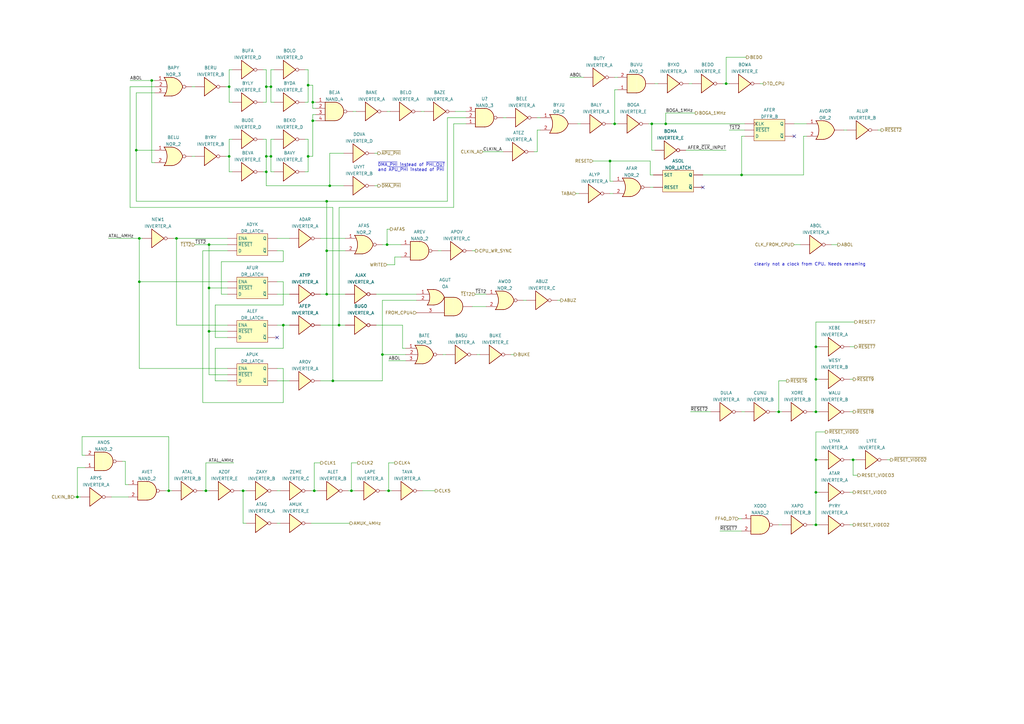
<source format=kicad_sch>
(kicad_sch (version 20211123) (generator eeschema)
  (paper "A3")
  (title_block (title "DMG CPU B") (date "2022-03-01") (rev "0") (company "CC-BY-SA-4.0 Régis Galland & Michael Singer -- Derived work from Furrtek") (comment 1 "https://github.com/msinger/dmg-schematics"))
  (lib_symbols
    (symbol "DMG_CPU_Cells:AND_2" (pin_names hide)
      (property "Reference" "U" (at 0 5.08 0))
      (property "Value" "AND_2" (at 0 -5.08 0))
      (symbol "AND_2_1_1"
        (pin input line (at -7.62 2.54 0) (length 3.81) (name "~") (number "1"))
        (pin input line (at -7.62 -2.54 0) (length 3.81) (name "~") (number "2"))
        (pin output line (at 7.62 0 180) (length 3.81) (name "~") (number "3"))
      )
    )
    (symbol "DMG_CPU_Cells:DFFR_B" (pin_numbers hide)
      (property "Reference" "U" (at 0 5.715 0))
      (property "Value" "DFFR_B" (at 0 -5.715 0))
      (symbol "DFFR_B_1_1"
        (pin input line (at -10.16 0 0) (length 3.81) (name "~{RESET}") (number "1"))
        (pin input line (at -10.16 -2.54 0) (length 3.81) (name "D") (number "2"))
        (pin input clock (at -10.16 2.54 0) (length 3.81) (name "CLK") (number "3"))
        (pin input clock (at -10.16 2.54 0) (length 3.81) hide (name "~{CLK}") (number "4"))
        (pin input line (at -10.16 0 0) (length 3.81) hide (name "~{RESET}") (number "5"))
        (pin output line (at 10.16 -2.54 180) (length 3.81) (name "~{Q}") (number "6"))
        (pin output line (at 10.16 2.54 180) (length 3.81) (name "Q") (number "7"))
      )
    )
    (symbol "DMG_CPU_Cells:DR_LATCH" (pin_numbers hide)
      (property "Reference" "U" (at 0 5.715 0))
      (property "Value" "DR_LATCH" (at 0 -5.715 0))
      (symbol "DR_LATCH_1_1"
        (pin input line (at -10.16 2.54 0) (length 3.81) hide (name "~{ENA}") (number "1"))
        (pin input line (at -10.16 -2.54 0) (length 3.81) (name "D") (number "2"))
        (pin input line (at -10.16 2.54 0) (length 3.81) (name "ENA") (number "3"))
        (pin input line (at -10.16 0 0) (length 3.81) (name "~{RESET}") (number "4"))
        (pin output line (at 10.16 2.54 180) (length 3.81) (name "Q") (number "5"))
        (pin output line (at 10.16 -2.54 180) (length 3.81) (name "~{Q}") (number "6"))
      )
    )
    (symbol "DMG_CPU_Cells:INVERTER_A" (pin_numbers hide) (pin_names hide)
      (property "Reference" "U?" (at 0 5.08 0))
      (property "Value" "INVERTER_A" (at 0 -5.08 0))
      (symbol "INVERTER_A_1_0"
        (pin input line (at -6.35 0 0) (length 3.81) (name "~") (number "1"))
        (pin output inverted (at 6.35 0 180) (length 3.81) (name "~") (number "2"))
      )
    )
    (symbol "DMG_CPU_Cells:INVERTER_B" (pin_numbers hide) (pin_names hide)
      (property "Reference" "U?" (at 0 5.08 0))
      (property "Value" "INVERTER_B" (at 0 -5.08 0))
      (symbol "INVERTER_B_1_0"
        (pin input line (at -6.35 0 0) (length 3.81) (name "~") (number "1"))
        (pin output inverted (at 6.35 0 180) (length 3.81) (name "~") (number "2"))
      )
    )
    (symbol "DMG_CPU_Cells:INVERTER_C" (pin_numbers hide) (pin_names hide)
      (property "Reference" "U?" (at 0 5.08 0))
      (property "Value" "INVERTER_C" (at 0 -5.08 0))
      (symbol "INVERTER_C_1_0"
        (pin input line (at -6.35 0 0) (length 3.81) (name "~") (number "1"))
        (pin output inverted (at 6.35 0 180) (length 3.81) (name "~") (number "2"))
      )
    )
    (symbol "DMG_CPU_Cells:INVERTER_D" (pin_numbers hide) (pin_names hide)
      (property "Reference" "U?" (at 0 5.08 0))
      (property "Value" "INVERTER_D" (at 0 -5.08 0))
      (symbol "INVERTER_D_1_0"
        (pin input line (at -6.35 0 0) (length 3.81) (name "~") (number "1"))
        (pin output inverted (at 6.35 0 180) (length 3.81) (name "~") (number "2"))
      )
    )
    (symbol "DMG_CPU_Cells:INVERTER_E" (pin_numbers hide) (pin_names hide)
      (property "Reference" "U?" (at 0 5.08 0))
      (property "Value" "INVERTER_E" (at 0 -5.08 0))
      (symbol "INVERTER_E_1_0"
        (pin input line (at -6.35 0 0) (length 3.81) (name "~") (number "1"))
        (pin output inverted (at 6.35 0 180) (length 3.81) (name "~") (number "2"))
      )
    )
    (symbol "DMG_CPU_Cells:NAND_2" (pin_names hide)
      (property "Reference" "U" (at 0 5.08 0))
      (property "Value" "NAND_2" (at 0 -5.08 0))
      (symbol "NAND_2_1_1"
        (pin input line (at -7.62 2.54 0) (length 3.81) (name "~") (number "1"))
        (pin input line (at -7.62 -2.54 0) (length 3.81) (name "~") (number "2"))
        (pin output inverted (at 7.62 0 180) (length 3.81) (name "~") (number "3"))
      )
    )
    (symbol "DMG_CPU_Cells:NAND_3" (pin_names hide)
      (property "Reference" "U" (at 0 5.08 0))
      (property "Value" "NAND_3" (at 0 -5.08 0))
      (symbol "NAND_3_1_1"
        (pin input line (at -7.62 2.54 0) (length 3.81) (name "~") (number "1"))
        (pin input line (at -7.62 0 0) (length 3.81) (name "~") (number "2"))
        (pin input line (at -7.62 -2.54 0) (length 3.81) (name "~") (number "3"))
        (pin output inverted (at 7.62 0 180) (length 3.81) (name "~") (number "4"))
      )
    )
    (symbol "DMG_CPU_Cells:NAND_4" (pin_names hide)
      (property "Reference" "U" (at 0 5.08 0))
      (property "Value" "NAND_4" (at 0 -5.08 0))
      (symbol "NAND_4_1_1"
        (pin input line (at -7.62 3.81 0) (length 3.81) (name "~") (number "1"))
        (pin input line (at -7.62 1.27 0) (length 3.81) (name "~") (number "2"))
        (pin input line (at -7.62 -1.27 0) (length 3.81) (name "~") (number "3"))
        (pin input line (at -7.62 -3.81 0) (length 3.81) (name "~") (number "4"))
        (pin output inverted (at 7.62 0 180) (length 3.81) (name "~") (number "5"))
      )
    )
    (symbol "DMG_CPU_Cells:NOR_2" (pin_names hide)
      (property "Reference" "U" (at 0 5.08 0))
      (property "Value" "NOR_2" (at 0 -5.08 0))
      (symbol "NOR_2_1_1"
        (pin input line (at -7.62 2.54 0) (length 4.4) (name "~") (number "1"))
        (pin input line (at -7.62 -2.54 0) (length 4.4) (name "~") (number "2"))
        (pin output inverted (at 7.62 0 180) (length 3.81) (name "~") (number "3"))
      )
    )
    (symbol "DMG_CPU_Cells:NOR_3" (pin_names hide)
      (property "Reference" "U" (at 0 5.08 0))
      (property "Value" "NOR_3" (at 0 -5.08 0))
      (symbol "NOR_3_1_1"
        (pin input line (at -7.62 2.54 0) (length 4.4) (name "~") (number "1"))
        (pin input line (at -7.62 0 0) (length 4.9) (name "~") (number "2"))
        (pin input line (at -7.62 -2.54 0) (length 4.4) (name "~") (number "3"))
        (pin output inverted (at 7.62 0 180) (length 3.81) (name "~") (number "4"))
      )
    )
    (symbol "DMG_CPU_Cells:NOR_LATCH" (pin_numbers hide)
      (property "Reference" "U" (at 0 5.715 0))
      (property "Value" "NOR_LATCH" (at 0 -5.715 0))
      (symbol "NOR_LATCH_1_1"
        (pin input line (at -10.16 2.54 0) (length 3.81) (name "SET") (number "1"))
        (pin output line (at 10.16 -2.54 180) (length 3.81) (name "~{Q}") (number "2"))
        (pin output line (at 10.16 2.54 180) (length 3.81) (name "Q") (number "3"))
        (pin input line (at -10.16 -2.54 0) (length 3.81) (name "RESET") (number "4"))
      )
    )
    (symbol "DMG_CPU_Cells:OA" (pin_names hide)
      (property "Reference" "U" (at 0 6.985 0))
      (property "Value" "OA" (at 0 -6.35 0))
      (symbol "OA_1_1"
        (pin input line (at -11.43 3.81 0) (length 5.3) (name "~") (number "1"))
        (pin input line (at -11.43 1.27 0) (length 5.3) (name "~") (number "2"))
        (pin input line (at -11.43 -3.81 0) (length 11.4) (name "~") (number "3"))
        (pin output line (at 11.43 -1.27 180) (length 3.81) (name "~") (number "4"))
      )
    )
    (symbol "DMG_CPU_Cells:OR_2" (pin_names hide)
      (property "Reference" "U" (at 0 5.08 0))
      (property "Value" "OR_2" (at 0 -5.08 0))
      (symbol "OR_2_1_1"
        (pin input line (at -7.62 2.54 0) (length 4.4) (name "~") (number "1"))
        (pin input line (at -7.62 -2.54 0) (length 4.4) (name "~") (number "2"))
        (pin output line (at 7.62 0 180) (length 3.81) (name "~") (number "3"))
      )
    )
  )
  (junction (at 133.985 102.87))
  (junction (at 136.525 156.21))
  (junction (at 109.22 35.56))
  (junction (at 334.645 215.265))
  (junction (at 334.645 142.24))
  (junction (at 139.065 133.35))
  (junction (at 334.645 155.575))
  (junction (at 156.845 145.415))
  (junction (at 349.885 188.595))
  (junction (at 144.145 201.295))
  (junction (at 85.725 135.89))
  (junction (at 304.165 71.755))
  (junction (at 158.75 100.33))
  (junction (at 72.39 97.79))
  (junction (at 250.19 66.04))
  (junction (at 128.27 49.53))
  (junction (at 133.985 120.65))
  (junction (at 85.725 100.33))
  (junction (at 159.385 201.295))
  (junction (at 267.335 50.8))
  (junction (at 57.15 115.57))
  (junction (at 334.645 201.93))
  (junction (at 109.22 64.135))
  (junction (at 273.05 50.8))
  (junction (at 111.125 64.135))
  (junction (at 109.22 70.485))
  (junction (at 128.905 201.295))
  (junction (at 55.88 61.595))
  (junction (at 126.365 64.135))
  (junction (at 85.725 118.11))
  (junction (at 93.98 35.56))
  (junction (at 69.215 201.295))
  (junction (at 252.095 50.8))
  (junction (at 334.645 188.595))
  (junction (at 126.365 34.925))
  (junction (at 133.985 82.55))
  (junction (at 334.645 168.91))
  (junction (at 99.695 201.295))
  (junction (at 297.815 34.29))
  (junction (at 135.255 76.2))
  (junction (at 93.98 64.135))
  (junction (at 57.15 97.79))
  (junction (at 319.405 168.91))
  (junction (at 84.455 201.295))
  (junction (at 111.125 35.56))
  (junction (at 62.23 33.02))
  (junction (at 31.75 203.835))
  (junction (at 128.27 41.91))
  (junction (at 116.205 133.35))
  (no_connect (at 288.29 76.835))
  (no_connect (at 113.665 138.43))
  (no_connect (at 325.755 55.88))
  (wire (pts (xy 153.67 76.2) (xy 154.94 76.2)))
  (wire (pts (xy 273.05 50.8) (xy 305.435 50.8)))
  (wire (pts (xy 179.705 102.87) (xy 180.975 102.87)))
  (wire (pts (xy 83.185 165.1) (xy 83.185 102.87)))
  (wire (pts (xy 45.72 203.835) (xy 52.705 203.835)))
  (wire (pts (xy 319.405 168.91) (xy 320.675 168.91)))
  (wire (pts (xy 98.425 201.295) (xy 99.695 201.295)))
  (wire (pts (xy 88.265 142.875) (xy 88.265 156.21)))
  (wire (pts (xy 85.725 135.89) (xy 85.725 153.67)))
  (wire (pts (xy 236.22 79.375) (xy 237.49 79.375)))
  (wire (pts (xy 161.925 108.585) (xy 158.75 108.585)))
  (wire (pts (xy 348.615 201.93) (xy 349.885 201.93)))
  (wire (pts (xy 80.01 100.33) (xy 85.725 100.33)))
  (wire (pts (xy 334.645 168.91) (xy 335.915 168.91)))
  (wire (pts (xy 62.23 33.02) (xy 62.23 66.675)))
  (wire (pts (xy 186.055 50.8) (xy 191.135 50.8)))
  (wire (pts (xy 139.065 85.09) (xy 186.055 85.09)))
  (wire (pts (xy 220.345 53.34) (xy 220.345 62.23)))
  (wire (pts (xy 233.68 31.75) (xy 239.395 31.75)))
  (wire (pts (xy 207.645 48.26) (xy 206.375 48.26)))
  (wire (pts (xy 209.55 145.415) (xy 210.82 145.415)))
  (wire (pts (xy 131.445 133.35) (xy 139.065 133.35)))
  (wire (pts (xy 334.645 188.595) (xy 334.645 177.165)))
  (wire (pts (xy 334.645 155.575) (xy 334.645 142.24)))
  (wire (pts (xy 99.695 201.295) (xy 99.695 214.63)))
  (wire (pts (xy 297.815 34.29) (xy 297.815 23.495)))
  (wire (pts (xy 221.615 48.26) (xy 220.345 48.26)))
  (wire (pts (xy 351.79 194.945) (xy 349.885 194.945)))
  (wire (pts (xy 236.855 50.8) (xy 238.125 50.8)))
  (wire (pts (xy 111.125 57.15) (xy 112.395 57.15)))
  (wire (pts (xy 109.22 70.485) (xy 109.22 76.2)))
  (wire (pts (xy 33.655 186.69) (xy 33.655 179.07)))
  (wire (pts (xy 57.15 115.57) (xy 93.345 115.57)))
  (wire (pts (xy 145.415 201.295) (xy 144.145 201.295)))
  (wire (pts (xy 85.725 118.11) (xy 93.345 118.11)))
  (wire (pts (xy 181.61 145.415) (xy 182.88 145.415)))
  (wire (pts (xy 129.54 44.45) (xy 128.27 44.45)))
  (wire (pts (xy 55.88 61.595) (xy 55.88 82.55)))
  (wire (pts (xy 113.665 214.63) (xy 114.935 214.63)))
  (wire (pts (xy 133.985 102.87) (xy 133.985 82.55)))
  (wire (pts (xy 111.125 70.485) (xy 112.395 70.485)))
  (wire (pts (xy 166.37 145.415) (xy 156.845 145.415)))
  (wire (pts (xy 135.255 76.2) (xy 135.255 62.865)))
  (wire (pts (xy 159.385 189.865) (xy 161.925 189.865)))
  (wire (pts (xy 158.115 201.295) (xy 159.385 201.295)))
  (wire (pts (xy 250.19 66.04) (xy 250.19 74.295)))
  (wire (pts (xy 55.88 38.1) (xy 63.5 38.1)))
  (wire (pts (xy 281.305 61.595) (xy 297.815 61.595)))
  (wire (pts (xy 144.145 189.865) (xy 146.685 189.865)))
  (wire (pts (xy 116.205 125.095) (xy 88.265 125.095)))
  (wire (pts (xy 88.265 138.43) (xy 93.345 138.43)))
  (wire (pts (xy 55.88 61.595) (xy 55.88 38.1)))
  (wire (pts (xy 128.27 46.99) (xy 128.27 49.53)))
  (wire (pts (xy 154.305 120.65) (xy 170.815 120.65)))
  (wire (pts (xy 135.255 76.2) (xy 140.97 76.2)))
  (wire (pts (xy 30.48 203.835) (xy 31.75 203.835)))
  (wire (pts (xy 161.925 105.41) (xy 164.465 105.41)))
  (wire (pts (xy 193.675 102.87) (xy 194.945 102.87)))
  (wire (pts (xy 159.385 147.955) (xy 166.37 147.955)))
  (wire (pts (xy 304.165 55.88) (xy 304.165 71.755)))
  (wire (pts (xy 128.905 201.295) (xy 130.175 201.295)))
  (wire (pts (xy 116.205 133.35) (xy 118.745 133.35)))
  (wire (pts (xy 51.435 198.755) (xy 51.435 189.23)))
  (wire (pts (xy 333.375 168.91) (xy 334.645 168.91)))
  (wire (pts (xy 128.27 41.91) (xy 129.54 41.91)))
  (wire (pts (xy 126.365 34.925) (xy 128.27 34.925)))
  (wire (pts (xy 348.615 155.575) (xy 349.885 155.575)))
  (wire (pts (xy 88.265 156.21) (xy 93.345 156.21)))
  (wire (pts (xy 139.065 85.09) (xy 139.065 133.35)))
  (wire (pts (xy 90.805 107.315) (xy 90.805 120.65)))
  (wire (pts (xy 346.075 53.34) (xy 347.345 53.34)))
  (wire (pts (xy 126.365 28.575) (xy 126.365 34.925)))
  (wire (pts (xy 158.75 100.33) (xy 158.75 93.98)))
  (wire (pts (xy 186.69 45.72) (xy 191.135 45.72)))
  (wire (pts (xy 116.205 133.35) (xy 116.205 142.875)))
  (wire (pts (xy 319.405 215.265) (xy 320.675 215.265)))
  (wire (pts (xy 57.15 97.79) (xy 58.42 97.79)))
  (wire (pts (xy 220.345 53.34) (xy 221.615 53.34)))
  (wire (pts (xy 63.5 61.595) (xy 55.88 61.595)))
  (wire (pts (xy 191.135 48.26) (xy 183.515 48.26)))
  (wire (pts (xy 142.875 201.295) (xy 144.145 201.295)))
  (wire (pts (xy 154.305 133.35) (xy 165.1 133.35)))
  (wire (pts (xy 334.645 132.08) (xy 334.645 142.24)))
  (wire (pts (xy 318.135 168.91) (xy 319.405 168.91)))
  (wire (pts (xy 348.615 142.24) (xy 350.52 142.24)))
  (wire (pts (xy 55.88 82.55) (xy 133.985 82.55)))
  (wire (pts (xy 349.885 194.945) (xy 349.885 188.595)))
  (wire (pts (xy 93.98 35.56) (xy 93.98 41.91)))
  (wire (pts (xy 69.215 201.295) (xy 70.485 201.295)))
  (wire (pts (xy 173.355 201.295) (xy 178.435 201.295)))
  (wire (pts (xy 85.725 100.33) (xy 93.345 100.33)))
  (wire (pts (xy 228.6 123.19) (xy 229.87 123.19)))
  (wire (pts (xy 329.565 55.88) (xy 329.565 71.755)))
  (wire (pts (xy 253.365 36.83) (xy 252.095 36.83)))
  (wire (pts (xy 62.23 33.02) (xy 63.5 33.02)))
  (wire (pts (xy 139.065 133.35) (xy 141.605 133.35)))
  (wire (pts (xy 214.63 123.19) (xy 215.9 123.19)))
  (wire (pts (xy 131.445 97.79) (xy 141.605 97.79)))
  (wire (pts (xy 111.125 41.91) (xy 112.395 41.91)))
  (wire (pts (xy 333.375 215.265) (xy 334.645 215.265)))
  (wire (pts (xy 273.05 46.355) (xy 285.115 46.355)))
  (wire (pts (xy 340.995 100.33) (xy 343.535 100.33)))
  (wire (pts (xy 334.645 215.265) (xy 335.915 215.265)))
  (wire (pts (xy 125.095 41.91) (xy 126.365 41.91)))
  (wire (pts (xy 133.985 102.87) (xy 133.985 120.65)))
  (wire (pts (xy 90.805 120.65) (xy 93.345 120.65)))
  (wire (pts (xy 99.695 214.63) (xy 100.965 214.63)))
  (wire (pts (xy 335.915 188.595) (xy 334.645 188.595)))
  (wire (pts (xy 129.54 46.99) (xy 128.27 46.99)))
  (wire (pts (xy 78.74 35.56) (xy 80.01 35.56)))
  (wire (pts (xy 116.205 102.87) (xy 116.205 107.315)))
  (wire (pts (xy 219.075 62.23) (xy 220.345 62.23)))
  (wire (pts (xy 193.675 125.73) (xy 199.39 125.73)))
  (wire (pts (xy 348.615 168.91) (xy 349.885 168.91)))
  (wire (pts (xy 133.985 120.65) (xy 141.605 120.65)))
  (wire (pts (xy 69.215 201.295) (xy 67.945 201.295)))
  (wire (pts (xy 348.615 215.265) (xy 349.885 215.265)))
  (wire (pts (xy 156.845 123.19) (xy 170.815 123.19)))
  (wire (pts (xy 116.205 133.35) (xy 113.665 133.35)))
  (wire (pts (xy 99.695 201.295) (xy 100.965 201.295)))
  (wire (pts (xy 325.755 100.33) (xy 328.295 100.33)))
  (wire (pts (xy 349.885 188.595) (xy 351.155 188.595)))
  (wire (pts (xy 57.15 151.13) (xy 93.345 151.13)))
  (wire (pts (xy 116.205 142.875) (xy 88.265 142.875)))
  (wire (pts (xy 126.365 57.15) (xy 126.365 64.135)))
  (wire (pts (xy 267.335 50.8) (xy 273.05 50.8)))
  (wire (pts (xy 250.19 79.375) (xy 251.46 79.375)))
  (wire (pts (xy 33.655 179.07) (xy 69.215 179.07)))
  (wire (pts (xy 72.39 97.79) (xy 72.39 133.35)))
  (wire (pts (xy 84.455 201.295) (xy 85.725 201.295)))
  (wire (pts (xy 360.045 53.34) (xy 361.315 53.34)))
  (wire (pts (xy 109.22 57.15) (xy 109.22 64.135)))
  (wire (pts (xy 107.95 41.91) (xy 109.22 41.91)))
  (wire (pts (xy 83.185 165.1) (xy 116.205 165.1)))
  (wire (pts (xy 57.15 97.79) (xy 57.15 115.57)))
  (wire (pts (xy 85.725 153.67) (xy 93.345 153.67)))
  (wire (pts (xy 250.19 74.295) (xy 251.46 74.295)))
  (wire (pts (xy 158.75 45.72) (xy 160.02 45.72)))
  (wire (pts (xy 267.335 61.595) (xy 268.605 61.595)))
  (wire (pts (xy 144.78 45.72) (xy 146.05 45.72)))
  (wire (pts (xy 250.825 50.8) (xy 252.095 50.8)))
  (wire (pts (xy 158.75 100.33) (xy 164.465 100.33)))
  (wire (pts (xy 304.165 168.91) (xy 305.435 168.91)))
  (wire (pts (xy 31.75 203.835) (xy 33.02 203.835)))
  (wire (pts (xy 113.665 97.79) (xy 118.745 97.79)))
  (wire (pts (xy 31.75 191.77) (xy 31.75 203.835)))
  (wire (pts (xy 297.815 34.29) (xy 299.085 34.29)))
  (wire (pts (xy 160.655 201.295) (xy 159.385 201.295)))
  (wire (pts (xy 109.22 28.575) (xy 109.22 35.56)))
  (wire (pts (xy 107.95 70.485) (xy 109.22 70.485)))
  (wire (pts (xy 93.98 41.91) (xy 95.25 41.91)))
  (wire (pts (xy 266.7 71.755) (xy 267.97 71.755)))
  (wire (pts (xy 93.98 57.15) (xy 95.25 57.15)))
  (wire (pts (xy 186.055 85.09) (xy 186.055 50.8)))
  (wire (pts (xy 334.645 142.24) (xy 335.915 142.24)))
  (wire (pts (xy 128.27 64.135) (xy 128.27 49.53)))
  (wire (pts (xy 325.755 50.8) (xy 330.835 50.8)))
  (wire (pts (xy 302.895 212.725) (xy 304.165 212.725)))
  (wire (pts (xy 83.185 201.295) (xy 84.455 201.295)))
  (wire (pts (xy 329.565 55.88) (xy 330.835 55.88)))
  (wire (pts (xy 84.455 189.865) (xy 95.885 189.865)))
  (wire (pts (xy 93.98 28.575) (xy 95.25 28.575)))
  (wire (pts (xy 116.205 151.13) (xy 116.205 165.1)))
  (wire (pts (xy 348.615 188.595) (xy 349.885 188.595)))
  (wire (pts (xy 111.125 57.15) (xy 111.125 64.135)))
  (wire (pts (xy 126.365 64.135) (xy 128.27 64.135)))
  (wire (pts (xy 34.925 191.77) (xy 31.75 191.77)))
  (wire (pts (xy 144.145 201.295) (xy 144.145 189.865)))
  (wire (pts (xy 93.98 64.135) (xy 93.98 70.485)))
  (wire (pts (xy 153.67 62.865) (xy 154.94 62.865)))
  (wire (pts (xy 84.455 201.295) (xy 84.455 189.865)))
  (wire (pts (xy 335.915 201.93) (xy 334.645 201.93)))
  (wire (pts (xy 273.05 50.8) (xy 273.05 46.355)))
  (wire (pts (xy 116.205 107.315) (xy 90.805 107.315)))
  (wire (pts (xy 69.215 179.07) (xy 69.215 201.295)))
  (wire (pts (xy 131.445 120.65) (xy 133.985 120.65)))
  (wire (pts (xy 363.855 188.595) (xy 365.125 188.595)))
  (wire (pts (xy 156.845 156.21) (xy 136.525 156.21)))
  (wire (pts (xy 109.22 64.135) (xy 111.125 64.135)))
  (wire (pts (xy 156.845 145.415) (xy 156.845 156.21)))
  (wire (pts (xy 62.23 66.675) (xy 63.5 66.675)))
  (wire (pts (xy 161.925 108.585) (xy 161.925 105.41)))
  (wire (pts (xy 92.71 35.56) (xy 93.98 35.56)))
  (wire (pts (xy 85.725 118.11) (xy 85.725 135.89)))
  (wire (pts (xy 283.21 168.91) (xy 291.465 168.91)))
  (wire (pts (xy 109.22 76.2) (xy 135.255 76.2)))
  (wire (pts (xy 116.205 115.57) (xy 116.205 125.095)))
  (wire (pts (xy 93.98 28.575) (xy 93.98 35.56)))
  (wire (pts (xy 107.95 28.575) (xy 109.22 28.575)))
  (wire (pts (xy 57.15 115.57) (xy 57.15 151.13)))
  (wire (pts (xy 295.275 217.805) (xy 304.165 217.805)))
  (wire (pts (xy 267.335 50.8) (xy 267.335 61.595)))
  (wire (pts (xy 71.12 97.79) (xy 72.39 97.79)))
  (wire (pts (xy 93.98 57.15) (xy 93.98 64.135)))
  (wire (pts (xy 44.45 97.79) (xy 57.15 97.79)))
  (wire (pts (xy 195.58 145.415) (xy 196.85 145.415)))
  (wire (pts (xy 93.98 70.485) (xy 95.25 70.485)))
  (wire (pts (xy 136.525 156.21) (xy 136.525 85.09)))
  (wire (pts (xy 194.945 120.65) (xy 199.39 120.65)))
  (wire (pts (xy 252.095 31.75) (xy 253.365 31.75)))
  (wire (pts (xy 334.645 201.93) (xy 334.645 215.265)))
  (wire (pts (xy 304.165 55.88) (xy 305.435 55.88)))
  (wire (pts (xy 158.75 93.98) (xy 160.02 93.98)))
  (wire (pts (xy 126.365 64.135) (xy 126.365 70.485)))
  (wire (pts (xy 334.645 188.595) (xy 334.645 201.93)))
  (wire (pts (xy 334.645 168.91) (xy 334.645 155.575)))
  (wire (pts (xy 334.645 177.165) (xy 338.455 177.165)))
  (wire (pts (xy 34.925 186.69) (xy 33.655 186.69)))
  (wire (pts (xy 268.605 34.29) (xy 269.875 34.29)))
  (wire (pts (xy 135.255 62.865) (xy 140.97 62.865)))
  (wire (pts (xy 92.71 64.135) (xy 93.98 64.135)))
  (wire (pts (xy 128.905 201.295) (xy 128.905 189.865)))
  (wire (pts (xy 126.365 28.575) (xy 125.095 28.575)))
  (wire (pts (xy 113.665 115.57) (xy 116.205 115.57)))
  (wire (pts (xy 111.125 35.56) (xy 111.125 41.91)))
  (wire (pts (xy 53.34 33.02) (xy 62.23 33.02)))
  (wire (pts (xy 133.985 82.55) (xy 183.515 82.55)))
  (wire (pts (xy 113.665 156.21) (xy 118.745 156.21)))
  (wire (pts (xy 299.085 53.34) (xy 305.435 53.34)))
  (wire (pts (xy 85.725 135.89) (xy 93.345 135.89)))
  (wire (pts (xy 165.1 142.875) (xy 166.37 142.875)))
  (wire (pts (xy 112.395 28.575) (xy 111.125 28.575)))
  (wire (pts (xy 250.19 66.04) (xy 266.7 66.04)))
  (wire (pts (xy 252.095 36.83) (xy 252.095 50.8)))
  (wire (pts (xy 127.635 201.295) (xy 128.905 201.295)))
  (wire (pts (xy 159.385 201.295) (xy 159.385 189.865)))
  (wire (pts (xy 266.7 76.835) (xy 267.97 76.835)))
  (wire (pts (xy 319.405 156.21) (xy 319.405 168.91)))
  (wire (pts (xy 131.445 156.21) (xy 136.525 156.21)))
  (wire (pts (xy 53.34 85.09) (xy 136.525 85.09)))
  (wire (pts (xy 128.27 44.45) (xy 128.27 41.91)))
  (wire (pts (xy 113.665 201.295) (xy 114.935 201.295)))
  (wire (pts (xy 127.635 214.63) (xy 143.51 214.63)))
  (wire (pts (xy 50.165 189.23) (xy 51.435 189.23)))
  (wire (pts (xy 297.815 23.495) (xy 306.07 23.495)))
  (wire (pts (xy 111.125 64.135) (xy 111.125 70.485)))
  (wire (pts (xy 53.34 35.56) (xy 53.34 85.09)))
  (wire (pts (xy 156.845 123.19) (xy 156.845 145.415)))
  (wire (pts (xy 109.22 64.135) (xy 109.22 70.485)))
  (wire (pts (xy 113.665 151.13) (xy 116.205 151.13)))
  (wire (pts (xy 282.575 34.29) (xy 283.845 34.29)))
  (wire (pts (xy 334.645 132.08) (xy 350.52 132.08)))
  (wire (pts (xy 141.605 102.87) (xy 133.985 102.87)))
  (wire (pts (xy 113.665 102.87) (xy 116.205 102.87)))
  (wire (pts (xy 334.645 155.575) (xy 335.915 155.575)))
  (wire (pts (xy 78.74 64.135) (xy 80.01 64.135)))
  (wire (pts (xy 243.205 66.04) (xy 250.19 66.04)))
  (wire (pts (xy 311.785 34.29) (xy 313.055 34.29)))
  (wire (pts (xy 266.065 50.8) (xy 267.335 50.8)))
  (wire (pts (xy 296.545 34.29) (xy 297.815 34.29)))
  (wire (pts (xy 126.365 57.15) (xy 125.095 57.15)))
  (wire (pts (xy 322.58 156.21) (xy 319.405 156.21)))
  (wire (pts (xy 83.185 102.87) (xy 93.345 102.87)))
  (wire (pts (xy 126.365 34.925) (xy 126.365 41.91)))
  (wire (pts (xy 128.27 49.53) (xy 129.54 49.53)))
  (wire (pts (xy 128.27 34.925) (xy 128.27 41.91)))
  (wire (pts (xy 198.12 62.23) (xy 206.375 62.23)))
  (wire (pts (xy 63.5 35.56) (xy 53.34 35.56)))
  (wire (pts (xy 172.72 45.72) (xy 173.99 45.72)))
  (wire (pts (xy 72.39 97.79) (xy 93.345 97.79)))
  (wire (pts (xy 113.665 120.65) (xy 118.745 120.65)))
  (wire (pts (xy 128.905 189.865) (xy 131.445 189.865)))
  (wire (pts (xy 52.705 198.755) (xy 51.435 198.755)))
  (wire (pts (xy 252.095 50.8) (xy 253.365 50.8)))
  (wire (pts (xy 165.1 133.35) (xy 165.1 142.875)))
  (wire (pts (xy 329.565 71.755) (xy 304.165 71.755)))
  (wire (pts (xy 111.125 28.575) (xy 111.125 35.56)))
  (wire (pts (xy 72.39 133.35) (xy 93.345 133.35)))
  (wire (pts (xy 125.095 70.485) (xy 126.365 70.485)))
  (wire (pts (xy 266.7 66.04) (xy 266.7 71.755)))
  (wire (pts (xy 107.95 57.15) (xy 109.22 57.15)))
  (wire (pts (xy 109.22 35.56) (xy 111.125 35.56)))
  (wire (pts (xy 183.515 48.26) (xy 183.515 82.55)))
  (wire (pts (xy 85.725 100.33) (xy 85.725 118.11)))
  (wire (pts (xy 88.265 125.095) (xy 88.265 138.43)))
  (wire (pts (xy 109.22 35.56) (xy 109.22 41.91)))
  (wire (pts (xy 156.845 100.33) (xy 158.75 100.33)))
  (wire (pts (xy 288.29 71.755) (xy 304.165 71.755)))
  (text "~{DMA_PHI} instead of ~{PHI_OUT}\nand ~{APU_PHI} instead of ~{PHI}" (at 154.94 70.485 0) (effects (font (size 1.27 1.27)) (justify left bottom)))
  (text "clearly not a clock from CPU. Needs renaming" (at 309.245 109.22 0) (effects (font (size 1.27 1.27)) (justify left bottom)))
  (label "~{RESET7}" (at 295.275 217.805 0))
  (label "~{RESET2}" (at 283.21 168.91 0))
  (label "AFER_~{CLK}_INPUT" (at 297.815 61.595 180))
  (label "~{T1T2}" (at 299.085 53.34 0))
  (label "BOGA_1MHz" (at 273.05 46.355 0))
  (label "ABOL" (at 233.68 31.75 0))
  (label "ATAL_4MHz" (at 95.885 189.865 180))
  (label "~{T1}T2" (at 194.945 120.65 0))
  (label "CLKIN_A" (at 198.12 62.23 0))
  (label "ABOL" (at 159.385 147.955 0))
  (label "~{T1T2}" (at 80.01 100.33 0))
  (label "ABOL" (at 53.34 33.02 0))
  (label "ATAL_4MHz" (at 44.45 97.79 0))
  (hierarchical_label "FROM_CPU4" (shape input) (at 170.815 128.27 180))
  (hierarchical_label "RESET_VIDEO3" (shape output) (at 351.79 194.945 0))
  (hierarchical_label "BUKE" (shape output) (at 210.82 145.415 0))
  (hierarchical_label "RESET7" (shape output) (at 350.52 132.08 0))
  (hierarchical_label "CLK_FROM_CPU" (shape input) (at 325.755 100.33 180))
  (hierarchical_label "RESET" (shape input) (at 243.205 66.04 180))
  (hierarchical_label "~{RESET6}" (shape output) (at 322.58 156.21 0))
  (hierarchical_label "TABA" (shape input) (at 236.22 79.375 180))
  (hierarchical_label "~{RESET8}" (shape output) (at 349.885 168.91 0))
  (hierarchical_label "~{RESET2}" (shape output) (at 361.315 53.34 0))
  (hierarchical_label "CPU_WR_SYNC" (shape output) (at 194.945 102.87 0))
  (hierarchical_label "CLKIN_A" (shape input) (at 198.12 62.23 180))
  (hierarchical_label "~{RESET9}" (shape output) (at 349.885 155.575 0))
  (hierarchical_label "CLK2" (shape output) (at 146.685 189.865 0))
  (hierarchical_label "CLK1" (shape output) (at 131.445 189.865 0))
  (hierarchical_label "BOGA_1MHz" (shape output) (at 285.115 46.355 0))
  (hierarchical_label "RESET_VIDEO" (shape output) (at 349.885 201.93 0))
  (hierarchical_label "BEDO" (shape output) (at 306.07 23.495 0))
  (hierarchical_label "~{RESET_VIDEO}" (shape output) (at 338.455 177.165 0))
  (hierarchical_label "FF40_D7" (shape input) (at 302.895 212.725 180))
  (hierarchical_label "CLK5" (shape output) (at 178.435 201.295 0))
  (hierarchical_label "CLK4" (shape output) (at 161.925 189.865 0))
  (hierarchical_label "CLKIN_B" (shape input) (at 30.48 203.835 180))
  (hierarchical_label "~{RESET_VIDEO2}" (shape output) (at 365.125 188.595 0))
  (hierarchical_label "~{T1}T2" (shape input) (at 194.945 120.65 180))
  (hierarchical_label "AMUK_4MHz" (shape output) (at 143.51 214.63 0))
  (hierarchical_label "~{RESET7}" (shape output) (at 350.52 142.24 0))
  (hierarchical_label "AFAS" (shape output) (at 160.02 93.98 0))
  (hierarchical_label "~{DMA_PHI}" (shape output) (at 154.94 76.2 0))
  (hierarchical_label "RESET_VIDEO2" (shape output) (at 349.885 215.265 0))
  (hierarchical_label "~{APU_PHI}" (shape output) (at 154.94 62.865 0))
  (hierarchical_label "ABUZ" (shape output) (at 229.87 123.19 0))
  (hierarchical_label "ABOL" (shape output) (at 343.535 100.33 0))
  (hierarchical_label "TO_CPU" (shape output) (at 313.055 34.29 0))
  (hierarchical_label "~{T1T2}" (shape input) (at 80.01 100.33 180))
  (hierarchical_label "WRITE" (shape input) (at 158.75 108.585 180))
  (symbol (lib_id "DMG_CPU_Cells:INVERTER_A") (at 180.34 45.72 0) (unit 1)
    (property "Reference" "BAZE" (at 180.34 37.9435 0))
    (property "Value" "INVERTER_A" (at 180.34 40.7186 0))
    (property "Datasheet" "http://iceboy.a-singer.de/doc/dmg_cells.html#inv_a" (effects hide))
  )
  (symbol (lib_id "DMG_CPU_Cells:INVERTER_B") (at 136.525 201.295 0) (unit 1)
    (property "Reference" "ALET" (at 136.525 193.5185 0))
    (property "Value" "INVERTER_B" (at 136.525 196.2936 0))
    (property "Datasheet" "http://iceboy.a-singer.de/doc/dmg_cells.html#inv_b" (effects hide))
  )
  (symbol (lib_id "DMG_CPU_Cells:INVERTER_B") (at 327.025 168.91 0) (unit 1)
    (property "Reference" "XORE" (at 327.025 161.1335 0))
    (property "Value" "INVERTER_B" (at 327.025 163.9086 0))
    (property "Datasheet" "http://iceboy.a-singer.de/doc/dmg_cells.html#inv_b" (effects hide))
  )
  (symbol (lib_id "DMG_CPU_Cells:INVERTER_D") (at 118.745 28.575 0) (unit 1)
    (property "Reference" "BOLO" (at 118.745 20.7985 0))
    (property "Value" "INVERTER_D" (at 118.745 23.5736 0))
    (property "Datasheet" "http://iceboy.a-singer.de/doc/dmg_cells.html#inv_d" (effects hide))
  )
  (symbol (lib_id "DMG_CPU_Cells:INVERTER_E") (at 101.6 41.91 0) (unit 1)
    (property "Reference" "BYLY" (at 101.6 34.1335 0))
    (property "Value" "INVERTER_E" (at 101.6 36.9086 0))
    (property "Datasheet" "http://iceboy.a-singer.de/doc/dmg_cells.html#inv_e" (effects hide))
  )
  (symbol (lib_id "DMG_CPU_Cells:INVERTER_E") (at 305.435 34.29 0) (unit 1)
    (property "Reference" "BOWA" (at 305.435 26.5135 0))
    (property "Value" "INVERTER_E" (at 305.435 29.2886 0))
    (property "Datasheet" "http://iceboy.a-singer.de/doc/dmg_cells.html#inv_e" (effects hide))
  )
  (symbol (lib_id "DMG_CPU_Cells:OA") (at 182.245 124.46 0) (unit 1)
    (property "Reference" "AGUT" (at 182.5487 114.7785 0))
    (property "Value" "OA" (at 182.5487 117.5536 0))
    (property "Datasheet" "http://iceboy.a-singer.de/doc/dmg_cells.html#oa" (effects hide))
  )
  (symbol (lib_id "DMG_CPU_Cells:INVERTER_E") (at 92.075 201.295 0) (unit 1)
    (property "Reference" "AZOF" (at 92.075 193.5185 0))
    (property "Value" "INVERTER_E" (at 92.075 196.2936 0))
    (property "Datasheet" "http://iceboy.a-singer.de/doc/dmg_cells.html#inv_e" (effects hide))
  )
  (symbol (lib_id "DMG_CPU_Cells:INVERTER_B") (at 327.025 215.265 0) (unit 1)
    (property "Reference" "XAPO" (at 327.025 207.4885 0))
    (property "Value" "INVERTER_B" (at 327.025 210.2636 0))
    (property "Datasheet" "http://iceboy.a-singer.de/doc/dmg_cells.html#inv_b" (effects hide))
  )
  (symbol (lib_id "DMG_CPU_Cells:INVERTER_A") (at 151.765 201.295 0) (unit 1)
    (property "Reference" "LAPE" (at 151.765 193.5185 0))
    (property "Value" "INVERTER_A" (at 151.765 196.2936 0))
    (property "Datasheet" "http://iceboy.a-singer.de/doc/dmg_cells.html#inv_a" (effects hide))
  )
  (symbol (lib_id "DMG_CPU_Cells:NAND_2") (at 172.085 102.87 0) (unit 1)
    (property "Reference" "AREV" (at 172.085 95.0935 0))
    (property "Value" "NAND_2" (at 172.085 97.8686 0))
    (property "Datasheet" "http://iceboy.a-singer.de/doc/dmg_cells.html#nand2" (effects hide))
  )
  (symbol (lib_id "DMG_CPU_Cells:NAND_4") (at 137.16 45.72 0) (unit 1)
    (property "Reference" "BEJA" (at 137.16 37.9435 0))
    (property "Value" "NAND_4" (at 137.16 40.7186 0))
    (property "Datasheet" "http://iceboy.a-singer.de/doc/dmg_cells.html#nand4" (effects hide))
  )
  (symbol (lib_id "DMG_CPU_Cells:NAND_3") (at 198.755 48.26 0) (mirror x) (unit 1)
    (property "Reference" "U?" (at 198.755 40.4835 0))
    (property "Value" "NAND_3" (at 198.755 43.2586 0))
    (property "Datasheet" "http://iceboy.a-singer.de/doc/dmg_cells.html#nand3" (effects hide))
  )
  (symbol (lib_id "DMG_CPU_Cells:INVERTER_E") (at 274.955 61.595 0) (unit 1)
    (property "Reference" "BOMA" (at 274.955 53.8185 0))
    (property "Value" "INVERTER_E" (at 274.955 56.5936 0))
    (property "Datasheet" "http://iceboy.a-singer.de/doc/dmg_cells.html#inv_e" (effects hide))
  )
  (symbol (lib_id "DMG_CPU_Cells:INVERTER_D") (at 101.6 28.575 0) (unit 1)
    (property "Reference" "BUFA" (at 101.6 20.7985 0))
    (property "Value" "INVERTER_D" (at 101.6 23.5736 0))
    (property "Datasheet" "http://iceboy.a-singer.de/doc/dmg_cells.html#inv_d" (effects hide))
  )
  (symbol (lib_id "DMG_CPU_Cells:INVERTER_E") (at 101.6 70.485 0) (unit 1)
    (property "Reference" "BEVA" (at 101.6 62.7085 0))
    (property "Value" "INVERTER_E" (at 101.6 65.4836 0))
    (property "Datasheet" "http://iceboy.a-singer.de/doc/dmg_cells.html#inv_e" (effects hide))
  )
  (symbol (lib_id "DMG_CPU_Cells:INVERTER_A") (at 357.505 188.595 0) (unit 1)
    (property "Reference" "LYFE" (at 357.505 180.8185 0))
    (property "Value" "INVERTER_A" (at 357.505 183.5936 0))
    (property "Datasheet" "http://iceboy.a-singer.de/doc/dmg_cells.html#inv_a" (effects hide))
  )
  (symbol (lib_id "DMG_CPU_Cells:NOR_LATCH") (at 278.13 74.295 0) (unit 1)
    (property "Reference" "ASOL" (at 278.13 66.0105 0))
    (property "Value" "NOR_LATCH" (at 278.13 68.7856 0))
    (property "Datasheet" "http://iceboy.a-singer.de/doc/dmg_cells.html#srlatch" (effects hide))
  )
  (symbol (lib_id "DMG_CPU_Cells:INVERTER_A") (at 125.095 97.79 0) (unit 1)
    (property "Reference" "ADAR" (at 125.095 90.0135 0))
    (property "Value" "INVERTER_A" (at 125.095 92.7886 0))
    (property "Datasheet" "http://iceboy.a-singer.de/doc/dmg_cells.html#inv_a" (effects hide))
  )
  (symbol (lib_id "DMG_CPU_Cells:INVERTER_B") (at 86.36 35.56 0) (unit 1)
    (property "Reference" "BERU" (at 86.36 27.7835 0))
    (property "Value" "INVERTER_B" (at 86.36 30.5586 0))
    (property "Datasheet" "http://iceboy.a-singer.de/doc/dmg_cells.html#inv_b" (effects hide))
  )
  (symbol (lib_id "DMG_CPU_Cells:DR_LATCH") (at 103.505 100.33 0) (unit 1)
    (property "Reference" "ADYK" (at 103.505 92.0455 0))
    (property "Value" "DR_LATCH" (at 103.505 94.8206 0))
    (property "Datasheet" "http://iceboy.a-singer.de/doc/dmg_cells.html#drlatch" (effects hide))
  )
  (symbol (lib_id "DMG_CPU_Cells:INVERTER_D") (at 147.32 62.865 0) (unit 1)
    (property "Reference" "DOVA" (at 147.32 55.0885 0))
    (property "Value" "INVERTER_D" (at 147.32 57.8636 0))
    (property "Datasheet" "http://iceboy.a-singer.de/doc/dmg_cells.html#inv_d" (effects hide))
  )
  (symbol (lib_id "DMG_CPU_Cells:INVERTER_B") (at 342.265 168.91 0) (unit 1)
    (property "Reference" "WALU" (at 342.265 161.1335 0))
    (property "Value" "INVERTER_B" (at 342.265 163.9086 0))
    (property "Datasheet" "http://iceboy.a-singer.de/doc/dmg_cells.html#inv_b" (effects hide))
  )
  (symbol (lib_id "DMG_CPU_Cells:NAND_2") (at 60.325 201.295 0) (unit 1)
    (property "Reference" "AVET" (at 60.325 193.5185 0))
    (property "Value" "NAND_2" (at 60.325 196.2936 0))
    (property "Datasheet" "http://iceboy.a-singer.de/doc/dmg_cells.html#nand2" (effects hide))
  )
  (symbol (lib_id "DMG_CPU_Cells:INVERTER_A") (at 125.095 133.35 0) (unit 1)
    (property "Reference" "AFEP" (at 125.095 125.5735 0))
    (property "Value" "INVERTER_A" (at 125.095 128.3486 0))
    (property "Datasheet" "http://iceboy.a-singer.de/doc/dmg_cells.html#inv_a" (effects hide))
  )
  (symbol (lib_id "DMG_CPU_Cells:INVERTER_E") (at 118.745 41.91 0) (unit 1)
    (property "Reference" "BYDA" (at 118.745 34.1335 0))
    (property "Value" "INVERTER_E" (at 118.745 36.9086 0))
    (property "Datasheet" "http://iceboy.a-singer.de/doc/dmg_cells.html#inv_e" (effects hide))
  )
  (symbol (lib_id "DMG_CPU_Cells:INVERTER_A") (at 167.005 201.295 0) (unit 1)
    (property "Reference" "TAVA" (at 167.005 193.5185 0))
    (property "Value" "INVERTER_A" (at 167.005 196.2936 0))
    (property "Datasheet" "http://iceboy.a-singer.de/doc/dmg_cells.html#inv_a" (effects hide))
  )
  (symbol (lib_id "DMG_CPU_Cells:NOR_3") (at 71.12 35.56 0) (unit 1)
    (property "Reference" "BAPY" (at 71.1198 27.7835 0))
    (property "Value" "NOR_3" (at 71.1198 30.5586 0))
    (property "Datasheet" "http://iceboy.a-singer.de/doc/dmg_cells.html#nor3" (effects hide))
  )
  (symbol (lib_id "DMG_CPU_Cells:INVERTER_A") (at 147.955 120.65 0) (unit 1)
    (property "Reference" "AJAX" (at 147.955 112.8735 0))
    (property "Value" "INVERTER_A" (at 147.955 115.6486 0))
    (property "Datasheet" "http://iceboy.a-singer.de/doc/dmg_cells.html#inv_a" (effects hide))
  )
  (symbol (lib_id "DMG_CPU_Cells:NAND_2") (at 42.545 189.23 0) (mirror x) (unit 1)
    (property "Reference" "ANOS" (at 42.545 181.4535 0))
    (property "Value" "NAND_2" (at 42.545 184.2286 0))
    (property "Datasheet" "http://iceboy.a-singer.de/doc/dmg_cells.html#nand2" (effects hide))
  )
  (symbol (lib_id "DMG_CPU_Cells:INVERTER_B") (at 107.315 201.295 0) (unit 1)
    (property "Reference" "ZAXY" (at 107.315 193.5185 0))
    (property "Value" "INVERTER_B" (at 107.315 196.2936 0))
    (property "Datasheet" "http://iceboy.a-singer.de/doc/dmg_cells.html#inv_b" (effects hide))
  )
  (symbol (lib_id "DMG_CPU_Cells:INVERTER_A") (at 39.37 203.835 0) (unit 1)
    (property "Reference" "ARYS" (at 39.37 196.0585 0))
    (property "Value" "INVERTER_A" (at 39.37 198.8336 0))
    (property "Datasheet" "http://iceboy.a-singer.de/doc/dmg_cells.html#inv_a" (effects hide))
  )
  (symbol (lib_id "DMG_CPU_Cells:INVERTER_A") (at 334.645 100.33 0) (unit 1)
    (property "Reference" "ABOL" (at 334.645 92.5535 0))
    (property "Value" "INVERTER_A" (at 334.645 95.3286 0))
    (property "Datasheet" "http://iceboy.a-singer.de/doc/dmg_cells.html#inv_a" (effects hide))
  )
  (symbol (lib_id "DMG_CPU_Cells:NAND_2") (at 311.785 215.265 0) (unit 1)
    (property "Reference" "XODO" (at 311.785 207.4885 0))
    (property "Value" "NAND_2" (at 311.785 210.2636 0))
    (property "Datasheet" "http://iceboy.a-singer.de/doc/dmg_cells.html#nand2" (effects hide))
  )
  (symbol (lib_id "DMG_CPU_Cells:OR_2") (at 229.235 50.8 0) (unit 1)
    (property "Reference" "BYJU" (at 229.2348 43.0235 0))
    (property "Value" "OR_2" (at 229.2348 45.7986 0))
    (property "Datasheet" "http://iceboy.a-singer.de/doc/dmg_cells.html#or2" (effects hide))
  )
  (symbol (lib_id "DMG_CPU_Cells:INVERTER_A") (at 342.265 188.595 0) (unit 1)
    (property "Reference" "LYHA" (at 342.265 180.8185 0))
    (property "Value" "INVERTER_A" (at 342.265 183.5936 0))
    (property "Datasheet" "http://iceboy.a-singer.de/doc/dmg_cells.html#inv_a" (effects hide))
  )
  (symbol (lib_id "DMG_CPU_Cells:NOR_2") (at 259.08 76.835 0) (unit 1)
    (property "Reference" "AFAR" (at 259.0798 69.0585 0))
    (property "Value" "NOR_2" (at 259.0798 71.8336 0))
    (property "Datasheet" "http://iceboy.a-singer.de/doc/dmg_cells.html#nor2" (effects hide))
  )
  (symbol (lib_id "DMG_CPU_Cells:NOR_2") (at 71.12 64.135 0) (unit 1)
    (property "Reference" "BELU" (at 71.1198 56.3585 0))
    (property "Value" "NOR_2" (at 71.1198 59.1336 0))
    (property "Datasheet" "http://iceboy.a-singer.de/doc/dmg_cells.html#nor2" (effects hide))
  )
  (symbol (lib_id "DMG_CPU_Cells:INVERTER_A") (at 276.225 34.29 0) (unit 1)
    (property "Reference" "BYXO" (at 276.225 26.5135 0))
    (property "Value" "INVERTER_A" (at 276.225 29.2886 0))
    (property "Datasheet" "http://iceboy.a-singer.de/doc/dmg_cells.html#inv_a" (effects hide))
  )
  (symbol (lib_id "DMG_CPU_Cells:INVERTER_E") (at 118.745 70.485 0) (unit 1)
    (property "Reference" "BAVY" (at 118.745 62.7085 0))
    (property "Value" "INVERTER_E" (at 118.745 65.4836 0))
    (property "Datasheet" "http://iceboy.a-singer.de/doc/dmg_cells.html#inv_e" (effects hide))
  )
  (symbol (lib_id "DMG_CPU_Cells:DFFR_B") (at 315.595 53.34 0) (unit 1)
    (property "Reference" "AFER" (at 315.595 45.0555 0))
    (property "Value" "DFFR_B" (at 315.595 47.8306 0))
    (property "Datasheet" "http://iceboy.a-singer.de/doc/dmg_cells.html#dffr_b" (effects hide))
  )
  (symbol (lib_id "DMG_CPU_Cells:INVERTER_A") (at 297.815 168.91 0) (unit 1)
    (property "Reference" "DULA" (at 297.815 161.1335 0))
    (property "Value" "INVERTER_A" (at 297.815 163.9086 0))
    (property "Datasheet" "http://iceboy.a-singer.de/doc/dmg_cells.html#inv_a" (effects hide))
  )
  (symbol (lib_id "DMG_CPU_Cells:INVERTER_A") (at 342.265 201.93 0) (unit 1)
    (property "Reference" "ATAR" (at 342.265 194.1535 0))
    (property "Value" "INVERTER_A" (at 342.265 196.9286 0))
    (property "Datasheet" "http://iceboy.a-singer.de/doc/dmg_cells.html#inv_a" (effects hide))
  )
  (symbol (lib_id "DMG_CPU_Cells:INVERTER_A") (at 213.995 48.26 0) (unit 1)
    (property "Reference" "BELE" (at 213.995 40.4835 0))
    (property "Value" "INVERTER_A" (at 213.995 43.2586 0))
    (property "Datasheet" "http://iceboy.a-singer.de/doc/dmg_cells.html#inv_a" (effects hide))
  )
  (symbol (lib_id "DMG_CPU_Cells:INVERTER_B") (at 76.835 201.295 0) (unit 1)
    (property "Reference" "ATAL" (at 76.835 193.5185 0))
    (property "Value" "INVERTER_B" (at 76.835 196.2936 0))
    (property "Datasheet" "http://iceboy.a-singer.de/doc/dmg_cells.html#inv_b" (effects hide))
  )
  (symbol (lib_id "DMG_CPU_Cells:INVERTER_D") (at 101.6 57.15 0) (unit 1)
    (property "Reference" "BUDE" (at 101.6 49.3735 0))
    (property "Value" "INVERTER_D" (at 101.6 52.1486 0))
    (property "Datasheet" "http://iceboy.a-singer.de/doc/dmg_cells.html#inv_d" (effects hide))
  )
  (symbol (lib_id "DMG_CPU_Cells:DR_LATCH") (at 103.505 153.67 0) (unit 1)
    (property "Reference" "APUK" (at 103.505 145.3855 0))
    (property "Value" "DR_LATCH" (at 103.505 148.1606 0))
    (property "Datasheet" "http://iceboy.a-singer.de/doc/dmg_cells.html#drlatch" (effects hide))
  )
  (symbol (lib_id "DMG_CPU_Cells:INVERTER_B") (at 311.785 168.91 0) (unit 1)
    (property "Reference" "CUNU" (at 311.785 161.1335 0))
    (property "Value" "INVERTER_B" (at 311.785 163.9086 0))
    (property "Datasheet" "http://iceboy.a-singer.de/doc/dmg_cells.html#inv_b" (effects hide))
  )
  (symbol (lib_id "DMG_CPU_Cells:INVERTER_A") (at 342.265 142.24 0) (unit 1)
    (property "Reference" "XEBE" (at 342.265 134.4635 0))
    (property "Value" "INVERTER_A" (at 342.265 137.2386 0))
    (property "Datasheet" "http://iceboy.a-singer.de/doc/dmg_cells.html#inv_a" (effects hide))
  )
  (symbol (lib_id "DMG_CPU_Cells:INVERTER_A") (at 125.095 156.21 0) (unit 1)
    (property "Reference" "AROV" (at 125.095 148.4335 0))
    (property "Value" "INVERTER_A" (at 125.095 151.2086 0))
    (property "Datasheet" "http://iceboy.a-singer.de/doc/dmg_cells.html#inv_a" (effects hide))
  )
  (symbol (lib_id "DMG_CPU_Cells:INVERTER_A") (at 244.475 50.8 0) (unit 1)
    (property "Reference" "BALY" (at 244.475 43.0235 0))
    (property "Value" "INVERTER_A" (at 244.475 45.7986 0))
    (property "Datasheet" "http://iceboy.a-singer.de/doc/dmg_cells.html#inv_a" (effects hide))
  )
  (symbol (lib_id "DMG_CPU_Cells:DR_LATCH") (at 103.505 135.89 0) (unit 1)
    (property "Reference" "ALEF" (at 103.505 127.6055 0))
    (property "Value" "DR_LATCH" (at 103.505 130.3806 0))
    (property "Datasheet" "http://iceboy.a-singer.de/doc/dmg_cells.html#drlatch" (effects hide))
  )
  (symbol (lib_id "DMG_CPU_Cells:INVERTER_A") (at 107.315 214.63 0) (unit 1)
    (property "Reference" "ATAG" (at 107.315 206.8535 0))
    (property "Value" "INVERTER_A" (at 107.315 209.6286 0))
    (property "Datasheet" "http://iceboy.a-singer.de/doc/dmg_cells.html#inv_a" (effects hide))
  )
  (symbol (lib_id "DMG_CPU_Cells:INVERTER_A") (at 166.37 45.72 0) (unit 1)
    (property "Reference" "BELO" (at 166.37 37.9435 0))
    (property "Value" "INVERTER_A" (at 166.37 40.7186 0))
    (property "Datasheet" "http://iceboy.a-singer.de/doc/dmg_cells.html#inv_a" (effects hide))
  )
  (symbol (lib_id "DMG_CPU_Cells:INVERTER_E") (at 121.285 214.63 0) (unit 1)
    (property "Reference" "AMUK" (at 121.285 206.8535 0))
    (property "Value" "INVERTER_E" (at 121.285 209.6286 0))
    (property "Datasheet" "http://iceboy.a-singer.de/doc/dmg_cells.html#inv_e" (effects hide))
  )
  (symbol (lib_id "DMG_CPU_Cells:INVERTER_C") (at 222.25 123.19 0) (unit 1)
    (property "Reference" "ABUZ" (at 222.25 115.4135 0))
    (property "Value" "INVERTER_C" (at 222.25 118.1886 0))
    (property "Datasheet" "http://iceboy.a-singer.de/doc/dmg_cells.html#inv_c" (effects hide))
  )
  (symbol (lib_id "DMG_CPU_Cells:NOR_2") (at 149.225 100.33 0) (unit 1)
    (property "Reference" "AFAS" (at 149.2248 92.5535 0))
    (property "Value" "NOR_2" (at 149.2248 95.3286 0))
    (property "Datasheet" "http://iceboy.a-singer.de/doc/dmg_cells.html#nor2" (effects hide))
  )
  (symbol (lib_id "DMG_CPU_Cells:DR_LATCH") (at 103.505 118.11 0) (unit 1)
    (property "Reference" "AFUR" (at 103.505 109.8255 0))
    (property "Value" "DR_LATCH" (at 103.505 112.6006 0))
    (property "Datasheet" "http://iceboy.a-singer.de/doc/dmg_cells.html#drlatch" (effects hide))
  )
  (symbol (lib_id "DMG_CPU_Cells:OR_2") (at 338.455 53.34 0) (unit 1)
    (property "Reference" "AVOR" (at 338.4548 45.5635 0))
    (property "Value" "OR_2" (at 338.4548 48.3386 0))
    (property "Datasheet" "http://iceboy.a-singer.de/doc/dmg_cells.html#or2" (effects hide))
  )
  (symbol (lib_id "DMG_CPU_Cells:INVERTER_A") (at 243.84 79.375 0) (unit 1)
    (property "Reference" "ALYP" (at 243.84 71.5985 0))
    (property "Value" "INVERTER_A" (at 243.84 74.3736 0))
    (property "Datasheet" "http://iceboy.a-singer.de/doc/dmg_cells.html#inv_a" (effects hide))
  )
  (symbol (lib_id "DMG_CPU_Cells:AND_2") (at 260.985 34.29 0) (mirror x) (unit 1)
    (property "Reference" "BUVU" (at 260.985 26.5135 0))
    (property "Value" "AND_2" (at 260.985 29.2886 0))
    (property "Datasheet" "http://iceboy.a-singer.de/doc/dmg_cells.html#and2" (effects hide))
  )
  (symbol (lib_id "DMG_CPU_Cells:INVERTER_A") (at 64.77 97.79 0) (unit 1)
    (property "Reference" "NEW1" (at 64.77 90.0135 0))
    (property "Value" "INVERTER_A" (at 64.77 92.7886 0))
    (property "Datasheet" "http://iceboy.a-singer.de/doc/dmg_cells.html#inv_a" (effects hide))
  )
  (symbol (lib_id "DMG_CPU_Cells:INVERTER_A") (at 147.955 133.35 0) (unit 1)
    (property "Reference" "BUGO" (at 147.955 125.5735 0))
    (property "Value" "INVERTER_A" (at 147.955 128.3486 0))
    (property "Datasheet" "http://iceboy.a-singer.de/doc/dmg_cells.html#inv_a" (effects hide))
  )
  (symbol (lib_id "DMG_CPU_Cells:INVERTER_B") (at 353.695 53.34 0) (unit 1)
    (property "Reference" "ALUR" (at 353.695 45.5635 0))
    (property "Value" "INVERTER_B" (at 353.695 48.3386 0))
    (property "Datasheet" "http://iceboy.a-singer.de/doc/dmg_cells.html#inv_b" (effects hide))
  )
  (symbol (lib_id "DMG_CPU_Cells:INVERTER_E") (at 259.715 50.8 0) (unit 1)
    (property "Reference" "BOGA" (at 259.715 43.0235 0))
    (property "Value" "INVERTER_E" (at 259.715 45.7986 0))
    (property "Datasheet" "http://iceboy.a-singer.de/doc/dmg_cells.html#inv_e" (effects hide))
  )
  (symbol (lib_id "DMG_CPU_Cells:INVERTER_A") (at 189.23 145.415 0) (unit 1)
    (property "Reference" "BASU" (at 189.23 137.6385 0))
    (property "Value" "INVERTER_A" (at 189.23 140.4136 0))
    (property "Datasheet" "http://iceboy.a-singer.de/doc/dmg_cells.html#inv_a" (effects hide))
  )
  (symbol (lib_id "DMG_CPU_Cells:INVERTER_A") (at 342.265 215.265 0) (unit 1)
    (property "Reference" "PYRY" (at 342.265 207.4885 0))
    (property "Value" "INVERTER_A" (at 342.265 210.2636 0))
    (property "Datasheet" "http://iceboy.a-singer.de/doc/dmg_cells.html#inv_a" (effects hide))
  )
  (symbol (lib_id "DMG_CPU_Cells:NOR_2") (at 207.01 123.19 0) (unit 1)
    (property "Reference" "AWOD" (at 207.0098 115.4135 0))
    (property "Value" "NOR_2" (at 207.0098 118.1886 0))
    (property "Datasheet" "http://iceboy.a-singer.de/doc/dmg_cells.html#nor2" (effects hide))
  )
  (symbol (lib_id "DMG_CPU_Cells:INVERTER_E") (at 203.2 145.415 0) (unit 1)
    (property "Reference" "BUKE" (at 203.2 137.6385 0))
    (property "Value" "INVERTER_E" (at 203.2 140.4136 0))
    (property "Datasheet" "http://iceboy.a-singer.de/doc/dmg_cells.html#inv_e" (effects hide))
  )
  (symbol (lib_id "DMG_CPU_Cells:INVERTER_A") (at 212.725 62.23 0) (unit 1)
    (property "Reference" "ATEZ" (at 212.725 54.4535 0))
    (property "Value" "INVERTER_A" (at 212.725 57.2286 0))
    (property "Datasheet" "http://iceboy.a-singer.de/doc/dmg_cells.html#inv_a" (effects hide))
  )
  (symbol (lib_id "DMG_CPU_Cells:INVERTER_A") (at 152.4 45.72 0) (unit 1)
    (property "Reference" "BANE" (at 152.4 37.9435 0))
    (property "Value" "INVERTER_A" (at 152.4 40.7186 0))
    (property "Datasheet" "http://iceboy.a-singer.de/doc/dmg_cells.html#inv_a" (effects hide))
  )
  (symbol (lib_id "DMG_CPU_Cells:INVERTER_E") (at 290.195 34.29 0) (unit 1)
    (property "Reference" "BEDO" (at 290.195 26.5135 0))
    (property "Value" "INVERTER_E" (at 290.195 29.2886 0))
    (property "Datasheet" "http://iceboy.a-singer.de/doc/dmg_cells.html#inv_e" (effects hide))
  )
  (symbol (lib_id "DMG_CPU_Cells:INVERTER_B") (at 342.265 155.575 0) (unit 1)
    (property "Reference" "WESY" (at 342.265 147.7985 0))
    (property "Value" "INVERTER_B" (at 342.265 150.5736 0))
    (property "Datasheet" "http://iceboy.a-singer.de/doc/dmg_cells.html#inv_b" (effects hide))
  )
  (symbol (lib_id "DMG_CPU_Cells:INVERTER_A") (at 245.745 31.75 0) (unit 1)
    (property "Reference" "BUTY" (at 245.745 23.9735 0))
    (property "Value" "INVERTER_A" (at 245.745 26.7486 0))
    (property "Datasheet" "http://iceboy.a-singer.de/doc/dmg_cells.html#inv_a" (effects hide))
  )
  (symbol (lib_id "DMG_CPU_Cells:INVERTER_C") (at 187.325 102.87 0) (unit 1)
    (property "Reference" "APOV" (at 187.325 95.0935 0))
    (property "Value" "INVERTER_C" (at 187.325 97.8686 0))
    (property "Datasheet" "http://iceboy.a-singer.de/doc/dmg_cells.html#inv_c" (effects hide))
  )
  (symbol (lib_id "DMG_CPU_Cells:INVERTER_A") (at 125.095 120.65 0) (unit 1)
    (property "Reference" "ATYP" (at 125.095 112.8735 0))
    (property "Value" "INVERTER_A" (at 125.095 115.6486 0))
    (property "Datasheet" "http://iceboy.a-singer.de/doc/dmg_cells.html#inv_a" (effects hide))
  )
  (symbol (lib_id "DMG_CPU_Cells:INVERTER_B") (at 147.32 76.2 0) (unit 1)
    (property "Reference" "UVYT" (at 147.32 68.4235 0))
    (property "Value" "INVERTER_B" (at 147.32 71.1986 0))
    (property "Datasheet" "http://iceboy.a-singer.de/doc/dmg_cells.html#inv_b" (effects hide))
  )
  (symbol (lib_id "DMG_CPU_Cells:INVERTER_C") (at 121.285 201.295 0) (unit 1)
    (property "Reference" "ZEME" (at 121.285 193.5185 0))
    (property "Value" "INVERTER_C" (at 121.285 196.2936 0))
    (property "Datasheet" "http://iceboy.a-singer.de/doc/dmg_cells.html#inv_c" (effects hide))
  )
  (symbol (lib_id "DMG_CPU_Cells:INVERTER_D") (at 118.745 57.15 0) (unit 1)
    (property "Reference" "BEKO" (at 118.745 49.3735 0))
    (property "Value" "INVERTER_D" (at 118.745 52.1486 0))
    (property "Datasheet" "http://iceboy.a-singer.de/doc/dmg_cells.html#inv_d" (effects hide))
  )
  (symbol (lib_id "DMG_CPU_Cells:NOR_3") (at 173.99 145.415 0) (unit 1)
    (property "Reference" "BATE" (at 173.9898 137.6385 0))
    (property "Value" "NOR_3" (at 173.9898 140.4136 0))
    (property "Datasheet" "http://iceboy.a-singer.de/doc/dmg_cells.html#nor3" (effects hide))
  )
  (symbol (lib_id "DMG_CPU_Cells:INVERTER_B") (at 86.36 64.135 0) (unit 1)
    (property "Reference" "BYRY" (at 86.36 56.3585 0))
    (property "Value" "INVERTER_B" (at 86.36 59.1336 0))
    (property "Datasheet" "http://iceboy.a-singer.de/doc/dmg_cells.html#inv_b" (effects hide))
  )
)
</source>
